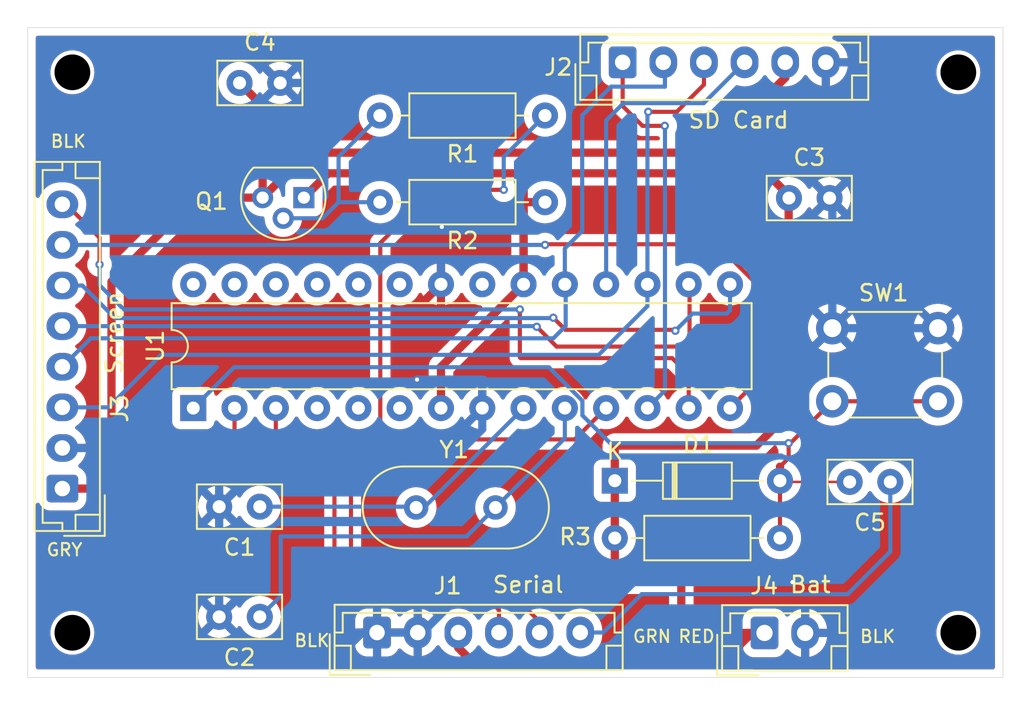
<source format=kicad_pcb>
(kicad_pcb (version 20221018) (generator pcbnew)
  (title_block (title "Arduino Waveshare 7.3 e-paper Display") (date "2023-04-19") (rev "V01") (comment 2 "creativecommons.org/licenses/by/4.0") (comment 3 "License CC By 4.0") (comment 4 "Author: Robert Gorsegner"))
  (layers (0 "F.Cu" signal "Front") (31 "B.Cu" signal "Back") (34 "B.Paste" user) (35 "F.Paste" user) (36 "B.SilkS" user "B.Silkscreen") (37 "F.SilkS" user "F.Silkscreen") (38 "B.Mask" user) (39 "F.Mask" user) (44 "Edge.Cuts" user))
  (net 0 "")
  (net 1 "Net-(U1-XTAL1{slash}PB6)")
  (net 2 "GND")
  (net 3 "Net-(U1-XTAL2{slash}PB7)")
  (net 4 "VCC")
  (net 5 "RTS")
  (net 6 "~{RESET}")
  (net 7 "RXD")
  (net 8 "TXD")
  (net 9 "CS_SD")
  (net 10 "SCLK")
  (net 11 "MOSI")
  (net 12 "MISO")
  (net 13 "VREF")
  (net 14 "CS_FRAME")
  (net 15 "DC_FRAME")
  (net 16 "RST_FRAME")
  (net 17 "BUSY_FRAME")
  (net 18 "Net-(Q1-G)")
  (net 19 "/atmega328p/~{CS_REF}")
  (footprint "Connector_JST:JST_EH_B2B-EH-A_1x02_P2.50mm_Vertical" (layer "F.Cu") (at 145.328 137.2616)
    (fp_text reference "J4" (at -0.02 -2.8956) (layer "F.SilkS"))
    (fp_text value "Conn_01x02_Socket")
    (fp_line (start -2.91 0.11) (end -2.91 2.61) (stroke (width 0.12)) (layer "F.SilkS"))
    (fp_line (start -2.91 2.61) (end -0.41 2.61) (stroke (width 0.12)) (layer "F.SilkS"))
    (fp_line (start -2.61 -1.71) (end -2.61 2.31) (stroke (width 0.12)) (layer "F.SilkS"))
    (fp_line (start -2.61 0) (end -2.11 0) (stroke (width 0.12)) (layer "F.SilkS"))
    (fp_line (start -2.61 0.81) (end -1.61 0.81) (stroke (width 0.12)) (layer "F.SilkS"))
    (fp_line (start -2.61 2.31) (end 5.11 2.31) (stroke (width 0.12)) (layer "F.SilkS"))
    (fp_line (start -2.11 -1.21) (end 4.61 -1.21) (stroke (width 0.12)) (layer "F.SilkS"))
    (fp_line (start -2.11 0) (end -2.11 -1.21) (stroke (width 0.12)) (layer "F.SilkS"))
    (fp_line (start -1.61 0.81) (end -1.61 2.31) (stroke (width 0.12)) (layer "F.SilkS"))
    (fp_line (start 4.11 0.81) (end 4.11 2.31) (stroke (width 0.12)) (layer "F.SilkS"))
    (fp_line (start 4.61 -1.21) (end 4.61 0) (stroke (width 0.12)) (layer "F.SilkS"))
    (fp_line (start 4.61 0) (end 5.11 0) (stroke (width 0.12)) (layer "F.SilkS"))
    (fp_line (start 5.11 -1.71) (end -2.61 -1.71) (stroke (width 0.12)) (layer "F.SilkS"))
    (fp_line (start 5.11 0.81) (end 4.11 0.81) (stroke (width 0.12)) (layer "F.SilkS"))
    (fp_line (start 5.11 2.31) (end 5.11 -1.71) (stroke (width 0.12)) (layer "F.SilkS"))
    (pad "1" thru_hole roundrect (at 0 0) (size 1.7 2) (drill 1) (layers "*.Cu" "*.Mask") (roundrect_rratio 0.1470588235) (net 4 "VCC"))
    (pad "2" thru_hole oval (at 2.5 0) (size 1.7 2) (drill 1) (layers "*.Cu" "*.Mask") (net 2 "GND"))
  )
  (footprint "MountingHole:MountingHole_2.2mm_M2" (layer "F.Cu") (at 102.75 137.25)
    (fp_text reference "REF**" hide)
    (fp_text value "MountingHole_2.2mm_M2" hide)
    (pad "" np_thru_hole circle (at 0 0) (size 2.2 2.2) (drill 2.2) (layers "*.Mask"))
  )
  (footprint "Package_TO_SOT_THT:TO-92" (layer "F.Cu") (at 116.9924 110.4646 180)
    (fp_text reference "Q1" (at 5.6896 -0.2286) (layer "F.SilkS"))
    (fp_text value "PMOS - LP0701N3-G")
    (fp_line (start -0.53 1.85) (end 3.07 1.85) (stroke (width 0.12)) (layer "F.SilkS"))
    (fp_arc (start -0.568478 1.838478) (mid -1.132087 -0.994977) (end 1.27 -2.6) (stroke (width 0.12)) (layer "F.SilkS"))
    (fp_arc (start 1.27 -2.6) (mid 3.672087 -0.994977) (end 3.108478 1.838478) (stroke (width 0.12)) (layer "F.SilkS"))
    (pad "1" thru_hole rect (at 0 0 180) (size 1.3 1.3) (drill 0.75) (layers "*.Cu" "*.Mask") (net 4 "VCC"))
    (pad "2" thru_hole circle (at 1.27 -1.27 180) (size 1.3 1.3) (drill 0.75) (layers "*.Cu" "*.Mask") (net 18 "Net-(Q1-G)"))
    (pad "3" thru_hole circle (at 2.54 0 180) (size 1.3 1.3) (drill 0.75) (layers "*.Cu" "*.Mask") (net 13 "VREF"))
  )
  (footprint "Capacitor_THT:C_Disc_D5.0mm_W2.5mm_P2.50mm" (layer "F.Cu") (at 114.28 136.271 180)
    (fp_text reference "C2" (at 1.25 -2.5 180) (layer "F.SilkS"))
    (fp_text value "22pF")
    (fp_line (start -1.37 -1.37) (end -1.37 1.37) (stroke (width 0.12)) (layer "F.SilkS"))
    (fp_line (start -1.37 -1.37) (end 3.87 -1.37) (stroke (width 0.12)) (layer "F.SilkS"))
    (fp_line (start -1.37 1.37) (end 3.87 1.37) (stroke (width 0.12)) (layer "F.SilkS"))
    (fp_line (start 3.87 -1.37) (end 3.87 1.37) (stroke (width 0.12)) (layer "F.SilkS"))
    (pad "1" thru_hole circle (at 0 0 180) (size 1.6 1.6) (drill 0.8) (layers "*.Cu" "*.Mask") (net 3 "Net-(U1-XTAL2{slash}PB7)"))
    (pad "2" thru_hole circle (at 2.5 0 180) (size 1.6 1.6) (drill 0.8) (layers "*.Cu" "*.Mask") (net 2 "GND"))
  )
  (footprint "Capacitor_THT:C_Disc_D5.0mm_W2.5mm_P2.50mm" (layer "F.Cu") (at 113.0338 103.4034)
    (fp_text reference "C4" (at 1.25 -2.5) (layer "F.SilkS"))
    (fp_text value "100nF")
    (fp_line (start -1.37 -1.37) (end -1.37 1.37) (stroke (width 0.12)) (layer "F.SilkS"))
    (fp_line (start -1.37 -1.37) (end 3.87 -1.37) (stroke (width 0.12)) (layer "F.SilkS"))
    (fp_line (start -1.37 1.37) (end 3.87 1.37) (stroke (width 0.12)) (layer "F.SilkS"))
    (fp_line (start 3.87 -1.37) (end 3.87 1.37) (stroke (width 0.12)) (layer "F.SilkS"))
    (pad "1" thru_hole circle (at 0 0) (size 1.6 1.6) (drill 0.8) (layers "*.Cu" "*.Mask") (net 13 "VREF"))
    (pad "2" thru_hole circle (at 2.5 0) (size 1.6 1.6) (drill 0.8) (layers "*.Cu" "*.Mask") (net 2 "GND"))
  )
  (footprint "Capacitor_THT:C_Disc_D5.0mm_W2.5mm_P2.50mm" (layer "F.Cu") (at 153.0658 127.9652 180)
    (fp_text reference "C5" (at 1.25 -2.5) (layer "F.SilkS"))
    (fp_text value "100nF")
    (fp_line (start -1.37 -1.37) (end -1.37 1.37) (stroke (width 0.12)) (layer "F.SilkS"))
    (fp_line (start -1.37 -1.37) (end 3.87 -1.37) (stroke (width 0.12)) (layer "F.SilkS"))
    (fp_line (start -1.37 1.37) (end 3.87 1.37) (stroke (width 0.12)) (layer "F.SilkS"))
    (fp_line (start 3.87 -1.37) (end 3.87 1.37) (stroke (width 0.12)) (layer "F.SilkS"))
    (pad "1" thru_hole circle (at 0 0 180) (size 1.6 1.6) (drill 0.8) (layers "*.Cu" "*.Mask") (net 5 "RTS"))
    (pad "2" thru_hole circle (at 2.5 0 180) (size 1.6 1.6) (drill 0.8) (layers "*.Cu" "*.Mask") (net 6 "~{RESET}"))
  )
  (footprint "Package_DIP:DIP-28_W7.62mm" (layer "F.Cu") (at 110.1852 123.4186 90)
    (fp_text reference "U1" (at 3.81 -2.33 90) (layer "F.SilkS"))
    (fp_text value "ATmega328-P")
    (fp_line (start 1.16 -1.33) (end 1.16 34.35) (stroke (width 0.12)) (layer "F.SilkS"))
    (fp_line (start 1.16 34.35) (end 6.46 34.35) (stroke (width 0.12)) (layer "F.SilkS"))
    (fp_line (start 2.81 -1.33) (end 1.16 -1.33) (stroke (width 0.12)) (layer "F.SilkS"))
    (fp_line (start 6.46 -1.33) (end 4.81 -1.33) (stroke (width 0.12)) (layer "F.SilkS"))
    (fp_line (start 6.46 34.35) (end 6.46 -1.33) (stroke (width 0.12)) (layer "F.SilkS"))
    (fp_arc (start 4.81 -1.33) (mid 3.81 -0.33) (end 2.81 -1.33) (stroke (width 0.12)) (layer "F.SilkS"))
    (pad "1" thru_hole rect (at 0 0 90) (size 1.6 1.6) (drill 0.8) (layers "*.Cu" "*.Mask") (net 6 "~{RESET}"))
    (pad "2" thru_hole oval (at 0 2.54 90) (size 1.6 1.6) (drill 0.8) (layers "*.Cu" "*.Mask") (net 7 "RXD"))
    (pad "3" thru_hole oval (at 0 5.08 90) (size 1.6 1.6) (drill 0.8) (layers "*.Cu" "*.Mask") (net 8 "TXD"))
    (pad "4" thru_hole oval (at 0 7.62 90) (size 1.6 1.6) (drill 0.8) (layers "*.Cu" "*.Mask"))
    (pad "5" thru_hole oval (at 0 10.16 90) (size 1.6 1.6) (drill 0.8) (layers "*.Cu" "*.Mask"))
    (pad "6" thru_hole oval (at 0 12.7 90) (size 1.6 1.6) (drill 0.8) (layers "*.Cu" "*.Mask"))
    (pad "7" thru_hole oval (at 0 15.24 90) (size 1.6 1.6) (drill 0.8) (layers "*.Cu" "*.Mask") (net 4 "VCC"))
    (pad "8" thru_hole oval (at 0 17.78 90) (size 1.6 1.6) (drill 0.8) (layers "*.Cu" "*.Mask") (net 2 "GND"))
    (pad "9" thru_hole oval (at 0 20.32 90) (size 1.6 1.6) (drill 0.8) (layers "*.Cu" "*.Mask") (net 1 "Net-(U1-XTAL1{slash}PB6)"))
    (pad "10" thru_hole oval (at 0 22.86 90) (size 1.6 1.6) (drill 0.8) (layers "*.Cu" "*.Mask") (net 3 "Net-(U1-XTAL2{slash}PB7)"))
    (pad "11" thru_hole oval (at 0 25.4 90) (size 1.6 1.6) (drill 0.8) (layers "*.Cu" "*.Mask") (net 19 "/atmega328p/~{CS_REF}"))
    (pad "12" thru_hole oval (at 0 27.94 90) (size 1.6 1.6) (drill 0.8) (layers "*.Cu" "*.Mask") (net 9 "CS_SD"))
    (pad "13" thru_hole oval (at 0 30.48 90) (size 1.6 1.6) (drill 0.8) (layers "*.Cu" "*.Mask") (net 17 "BUSY_FRAME"))
    (pad "14" thru_hole oval (at 0 33.02 90) (size 1.6 1.6) (drill 0.8) (layers "*.Cu" "*.Mask") (net 16 "RST_FRAME"))
    (pad "15" thru_hole oval (at 7.62 33.02 90) (size 1.6 1.6) (drill 0.8) (layers "*.Cu" "*.Mask") (net 15 "DC_FRAME"))
    (pad "16" thru_hole oval (at 7.62 30.48 90) (size 1.6 1.6) (drill 0.8) (layers "*.Cu" "*.Mask") (net 14 "CS_FRAME"))
    (pad "17" thru_hole oval (at 7.62 27.94 90) (size 1.6 1.6) (drill 0.8) (layers "*.Cu" "*.Mask") (net 11 "MOSI"))
    (pad "18" thru_hole oval (at 7.62 25.4 90) (size 1.6 1.6) (drill 0.8) (layers "*.Cu" "*.Mask") (net 12 "MISO"))
    (pad "19" thru_hole oval (at 7.62 22.86 90) (size 1.6 1.6) (drill 0.8) (layers "*.Cu" "*.Mask") (net 10 "SCLK"))
    (pad "20" thru_hole oval (at 7.62 20.32 90) (size 1.6 1.6) (drill 0.8) (layers "*.Cu" "*.Mask") (net 4 "VCC"))
    (pad "21" thru_hole oval (at 7.62 17.78 90) (size 1.6 1.6) (drill 0.8) (layers "*.Cu" "*.Mask"))
    (pad "22" thru_hole oval (at 7.62 15.24 90) (size 1.6 1.6) (drill 0.8) (layers "*.Cu" "*.Mask") (net 2 "GND"))
    (pad "23" thru_hole oval (at 7.62 12.7 90) (size 1.6 1.6) (drill 0.8) (layers "*.Cu" "*.Mask"))
    (pad "24" thru_hole oval (at 7.62 10.16 90) (size 1.6 1.6) (drill 0.8) (layers "*.Cu" "*.Mask"))
    (pad "25" thru_hole oval (at 7.62 7.62 90) (size 1.6 1.6) (drill 0.8) (layers "*.Cu" "*.Mask"))
    (pad "26" thru_hole oval (at 7.62 5.08 90) (size 1.6 1.6) (drill 0.8) (layers "*.Cu" "*.Mask"))
    (pad "27" thru_hole oval (at 7.62 2.54 90) (size 1.6 1.6) (drill 0.8) (layers "*.Cu" "*.Mask"))
    (pad "28" thru_hole oval (at 7.62 0 90) (size 1.6 1.6) (drill 0.8) (layers "*.Cu" "*.Mask"))
  )
  (footprint "Capacitor_THT:C_Disc_D5.0mm_W2.5mm_P2.50mm" (layer "F.Cu") (at 114.28 129.4892 180)
    (fp_text reference "C1" (at 1.25 -2.5 180) (layer "F.SilkS"))
    (fp_text value "22pF")
    (fp_line (start -1.37 -1.37) (end -1.37 1.37) (stroke (width 0.12)) (layer "F.SilkS"))
    (fp_line (start -1.37 -1.37) (end 3.87 -1.37) (stroke (width 0.12)) (layer "F.SilkS"))
    (fp_line (start -1.37 1.37) (end 3.87 1.37) (stroke (width 0.12)) (layer "F.SilkS"))
    (fp_line (start 3.87 -1.37) (end 3.87 1.37) (stroke (width 0.12)) (layer "F.SilkS"))
    (pad "1" thru_hole circle (at 0 0 180) (size 1.6 1.6) (drill 0.8) (layers "*.Cu" "*.Mask") (net 1 "Net-(U1-XTAL1{slash}PB6)"))
    (pad "2" thru_hole circle (at 2.5 0 180) (size 1.6 1.6) (drill 0.8) (layers "*.Cu" "*.Mask") (net 2 "GND"))
  )
  (footprint "Resistor_THT:R_Axial_DIN0207_L6.3mm_D2.5mm_P10.16mm_Horizontal" (layer "F.Cu") (at 131.826 110.744 180)
    (fp_text reference "R2" (at 5.08 -2.37) (layer "F.SilkS"))
    (fp_text value "100K")
    (fp_line (start 1.04 0) (end 1.81 0) (stroke (width 0.12)) (layer "F.SilkS"))
    (fp_line (start 1.81 -1.37) (end 1.81 1.37) (stroke (width 0.12)) (layer "F.SilkS"))
    (fp_line (start 1.81 1.37) (end 8.35 1.37) (stroke (width 0.12)) (layer "F.SilkS"))
    (fp_line (start 8.35 -1.37) (end 1.81 -1.37) (stroke (width 0.12)) (layer "F.SilkS"))
    (fp_line (start 8.35 1.37) (end 8.35 -1.37) (stroke (width 0.12)) (layer "F.SilkS"))
    (fp_line (start 9.12 0) (end 8.35 0) (stroke (width 0.12)) (layer "F.SilkS"))
    (pad "1" thru_hole circle (at 0 0 180) (size 1.6 1.6) (drill 0.8) (layers "*.Cu" "*.Mask") (net 4 "VCC"))
    (pad "2" thru_hole oval (at 10.16 0 180) (size 1.6 1.6) (drill 0.8) (layers "*.Cu" "*.Mask") (net 18 "Net-(Q1-G)"))
  )
  (footprint "Resistor_THT:R_Axial_DIN0207_L6.3mm_D2.5mm_P10.16mm_Horizontal" (layer "F.Cu") (at 131.826 105.41 180)
    (fp_text reference "R1" (at 5.08 -2.37) (layer "F.SilkS"))
    (fp_text value "10K")
    (fp_line (start 1.04 0) (end 1.81 0) (stroke (width 0.12)) (layer "F.SilkS"))
    (fp_line (start 1.81 -1.37) (end 1.81 1.37) (stroke (width 0.12)) (layer "F.SilkS"))
    (fp_line (start 1.81 1.37) (end 8.35 1.37) (stroke (width 0.12)) (layer "F.SilkS"))
    (fp_line (start 8.35 -1.37) (end 1.81 -1.37) (stroke (width 0.12)) (layer "F.SilkS"))
    (fp_line (start 8.35 1.37) (end 8.35 -1.37) (stroke (width 0.12)) (layer "F.SilkS"))
    (fp_line (start 9.12 0) (end 8.35 0) (stroke (width 0.12)) (layer "F.SilkS"))
    (pad "1" thru_hole circle (at 0 0 180) (size 1.6 1.6) (drill 0.8) (layers "*.Cu" "*.Mask") (net 19 "/atmega328p/~{CS_REF}"))
    (pad "2" thru_hole oval (at 10.16 0 180) (size 1.6 1.6) (drill 0.8) (layers "*.Cu" "*.Mask") (net 18 "Net-(Q1-G)"))
  )
  (footprint "Connector_JST:JST_EH_B8B-EH-A_1x08_P2.50mm_Vertical" (layer "F.Cu") (at 102.1334 128.3748 90)
    (fp_text reference "J3" (at 4.9308 3.5306 90) (layer "F.SilkS"))
    (fp_text value "Conn_01x08_Pin")
    (fp_line (start -2.91 0.11) (end -2.91 2.61) (stroke (width 0.12)) (layer "F.SilkS"))
    (fp_line (start -2.91 2.61) (end -0.41 2.61) (stroke (width 0.12)) (layer "F.SilkS"))
    (fp_line (start -2.61 -1.71) (end -2.61 2.31) (stroke (width 0.12)) (layer "F.SilkS"))
    (fp_line (start -2.61 0) (end -2.11 0) (stroke (width 0.12)) (layer "F.SilkS"))
    (fp_line (start -2.61 0.81) (end -1.61 0.81) (stroke (width 0.12)) (layer "F.SilkS"))
    (fp_line (start -2.61 2.31) (end 20.11 2.31) (stroke (width 0.12)) (layer "F.SilkS"))
    (fp_line (start -2.11 -1.21) (end 19.61 -1.21) (stroke (width 0.12)) (layer "F.SilkS"))
    (fp_line (start -2.11 0) (end -2.11 -1.21) (stroke (width 0.12)) (layer "F.SilkS"))
    (fp_line (start -1.61 0.81) (end -1.61 2.31) (stroke (width 0.12)) (layer "F.SilkS"))
    (fp_line (start 19.11 0.81) (end 19.11 2.31) (stroke (width 0.12)) (layer "F.SilkS"))
    (fp_line (start 19.61 -1.21) (end 19.61 0) (stroke (width 0.12)) (layer "F.SilkS"))
    (fp_line (start 19.61 0) (end 20.11 0) (stroke (width 0.12)) (layer "F.SilkS"))
    (fp_line (start 20.11 -1.71) (end -2.61 -1.71) (stroke (width 0.12)) (layer "F.SilkS"))
    (fp_line (start 20.11 0.81) (end 19.11 0.81) (stroke (width 0.12)) (layer "F.SilkS"))
    (fp_line (start 20.11 2.31) (end 20.11 -1.71) (stroke (width 0.12)) (layer "F.SilkS"))
    (pad "1" thru_hole roundrect (at 0 0 90) (size 1.7 1.95) (drill 0.95) (layers "*.Cu" "*.Mask") (roundrect_rratio 0.1470588235) (net 13 "VREF"))
    (pad "2" thru_hole oval (at 2.5 0 90) (size 1.7 1.95) (drill 0.95) (layers "*.Cu" "*.Mask") (net 2 "GND"))
    (pad "3" thru_hole oval (at 5 0 90) (size 1.7 1.95) (drill 0.95) (layers "*.Cu" "*.Mask") (net 11 "MOSI"))
    (pad "4" thru_hole oval (at 7.5 0 90) (size 1.7 1.95) (drill 0.95) (layers "*.Cu" "*.Mask") (net 10 "SCLK"))
    (pad "5" thru_hole oval (at 10 0 90) (size 1.7 1.95) (drill 0.95) (layers "*.Cu" "*.Mask") (net 14 "CS_FRAME"))
    (pad "6" thru_hole oval (at 12.5 0 90) (size 1.7 1.95) (drill 0.95) (layers "*.Cu" "*.Mask") (net 15 "DC_FRAME"))
    (pad "7" thru_hole oval (at 15 0 90) (size 1.7 1.95) (drill 0.95) (layers "*.Cu" "*.Mask") (net 16 "RST_FRAME"))
    (pad "8" thru_hole oval (at 17.5 0 90) (size 1.7 1.95) (drill 0.95) (layers "*.Cu" "*.Mask") (net 17 "BUSY_FRAME"))
  )
  (footprint "MountingHole:MountingHole_2.2mm_M2" (layer "F.Cu") (at 157.25 102.75)
    (fp_text reference "REF**" hide)
    (fp_text value "MountingHole_2.2mm_M2" hide)
    (pad "" np_thru_hole circle (at 0 0) (size 2.2 2.2) (drill 2.2) (layers "*.Mask"))
  )
  (footprint "Button_Switch_THT:SW_PUSH_6mm_H5mm" (layer "F.Cu") (at 156 123 180)
    (fp_text reference "SW1" (at 3.346 6.668) (layer "F.SilkS"))
    (fp_text value "SW_Push")
    (fp_line (start -0.25 1.5) (end -0.25 3) (stroke (width 0.12)) (layer "F.SilkS"))
    (fp_line (start 1 5.5) (end 5.5 5.5) (stroke (width 0.12)) (layer "F.SilkS"))
    (fp_line (start 5.5 -1) (end 1 -1) (stroke (width 0.12)) (layer "F.SilkS"))
    (fp_line (start 6.75 3) (end 6.75 1.5) (stroke (width 0.12)) (layer "F.SilkS"))
    (pad "1" thru_hole circle (at 0 0 270) (size 2 2) (drill 1.1) (layers "*.Cu" "*.Mask") (net 6 "~{RESET}"))
    (pad "1" thru_hole circle (at 6.5 0 270) (size 2 2) (drill 1.1) (layers "*.Cu" "*.Mask") (net 6 "~{RESET}"))
    (pad "2" thru_hole circle (at 0 4.5 270) (size 2 2) (drill 1.1) (layers "*.Cu" "*.Mask") (net 2 "GND"))
    (pad "2" thru_hole circle (at 6.5 4.5 270) (size 2 2) (drill 1.1) (layers "*.Cu" "*.Mask") (net 2 "GND"))
  )
  (footprint "MountingHole:MountingHole_2.2mm_M2" (layer "F.Cu") (at 157.25 137.25)
    (fp_text reference "REF**" hide)
    (fp_text value "MountingHole_2.2mm_M2" hide)
    (pad "" np_thru_hole circle (at 0 0) (size 2.2 2.2) (drill 2.2) (layers "*.Mask"))
  )
  (footprint "Capacitor_THT:C_Disc_D5.0mm_W2.5mm_P2.50mm" (layer "F.Cu") (at 146.832 110.49)
    (fp_text reference "C3" (at 1.25 -2.5) (layer "F.SilkS"))
    (fp_text value "100nF")
    (fp_line (start -1.37 -1.37) (end -1.37 1.37) (stroke (width 0.12)) (layer "F.SilkS"))
    (fp_line (start -1.37 -1.37) (end 3.87 -1.37) (stroke (width 0.12)) (layer "F.SilkS"))
    (fp_line (start -1.37 1.37) (end 3.87 1.37) (stroke (width 0.12)) (layer "F.SilkS"))
    (fp_line (start 3.87 -1.37) (end 3.87 1.37) (stroke (width 0.12)) (layer "F.SilkS"))
    (pad "1" thru_hole circle (at 0 0) (size 1.6 1.6) (drill 0.8) (layers "*.Cu" "*.Mask") (net 4 "VCC"))
    (pad "2" thru_hole circle (at 2.5 0) (size 1.6 1.6) (drill 0.8) (layers "*.Cu" "*.Mask") (net 2 "GND"))
  )
  (footprint "Resistor_THT:R_Axial_DIN0207_L6.3mm_D2.5mm_P10.16mm_Horizontal" (layer "F.Cu") (at 136.1186 131.4196)
    (fp_text reference "R3" (at -2.4384 -0.0762) (layer "F.SilkS"))
    (fp_text value "100k")
    (fp_line (start 1.04 0) (end 1.81 0) (stroke (width 0.12)) (layer "F.SilkS"))
    (fp_line (start 1.81 -1.37) (end 1.81 1.37) (stroke (width 0.12)) (layer "F.SilkS"))
    (fp_line (start 1.81 1.37) (end 8.35 1.37) (stroke (width 0.12)) (layer "F.SilkS"))
    (fp_line (start 8.35 -1.37) (end 1.81 -1.37) (stroke (width 0.12)) (layer "F.SilkS"))
    (fp_line (start 8.35 1.37) (end 8.35 -1.37) (stroke (width 0.12)) (layer "F.SilkS"))
    (fp_line (start 9.12 0) (end 8.35 0) (stroke (width 0.12)) (layer "F.SilkS"))
    (pad "1" thru_hole circle (at 0 0) (size 1.6 1.6) (drill 0.8) (layers "*.Cu" "*.Mask") (net 4 "VCC"))
    (pad "2" thru_hole oval (at 10.16 0) (size 1.6 1.6) (drill 0.8) (layers "*.Cu" "*.Mask") (net 6 "~{RESET}"))
  )
  (footprint "Connector_JST:JST_EH_B6B-EH-A_1x06_P2.50mm_Vertical" (layer "F.Cu") (at 121.492 137.2362)
    (fp_text reference "J1" (at 4.3466 -2.8702) (layer "F.SilkS"))
    (fp_text value "Conn_01x06_Pin")
    (fp_line (start -2.91 0.11) (end -2.91 2.61) (stroke (width 0.12)) (layer "F.SilkS"))
    (fp_line (start -2.91 2.61) (end -0.41 2.61) (stroke (width 0.12)) (layer "F.SilkS"))
    (fp_line (start -2.61 -1.71) (end -2.61 2.31) (stroke (width 0.12)) (layer "F.SilkS"))
    (fp_line (start -2.61 0) (end -2.11 0) (stroke (width 0.12)) (layer "F.SilkS"))
    (fp_line (start -2.61 0.81) (end -1.61 0.81) (stroke (width 0.12)) (layer "F.SilkS"))
    (fp_line (start -2.61 2.31) (end 15.11 2.31) (stroke (width 0.12)) (layer "F.SilkS"))
    (fp_line (start -2.11 -1.21) (end 14.61 -1.21) (stroke (width 0.12)) (layer "F.SilkS"))
    (fp_line (start -2.11 0) (end -2.11 -1.21) (stroke (width 0.12)) (layer "F.SilkS"))
    (fp_line (start -1.61 0.81) (end -1.61 2.31) (stroke (width 0.12)) (layer "F.SilkS"))
    (fp_line (start 14.11 0.81) (end 14.11 2.31) (stroke (width 0.12)) (layer "F.SilkS"))
    (fp_line (start 14.61 -1.21) (end 14.61 0) (stroke (width 0.12)) (layer "F.SilkS"))
    (fp_line (start 14.61 0) (end 15.11 0) (stroke (width 0.12)) (layer "F.SilkS"))
    (fp_line (start 15.11 -1.71) (end -2.61 -1.71) (stroke (width 0.12)) (layer "F.SilkS"))
    (fp_line (start 15.11 0.81) (end 14.11 0.81) (stroke (width 0.12)) (layer "F.SilkS"))
    (fp_line (start 15.11 2.31) (end 15.11 -1.71) (stroke (width 0.12)) (layer "F.SilkS"))
    (pad "1" thru_hole roundrect (at 0 0) (size 1.7 1.95) (drill 0.95) (layers "*.Cu" "*.Mask") (roundrect_rratio 0.1470588235) (net 2 "GND"))
    (pad "2" thru_hole oval (at 2.5 0) (size 1.7 1.95) (drill 0.95) (layers "*.Cu" "*.Mask") (net 2 "GND"))
    (pad "3" thru_hole oval (at 5 0) (size 1.7 1.95) (drill 0.95) (layers "*.Cu" "*.Mask") (net 4 "VCC"))
    (pad "4" thru_hole oval (at 7.5 0) (size 1.7 1.95) (drill 0.95) (layers "*.Cu" "*.Mask") (net 7 "RXD"))
    (pad "5" thru_hole oval (at 10 0) (size 1.7 1.95) (drill 0.95) (layers "*.Cu" "*.Mask") (net 8 "TXD"))
    (pad "6" thru_hole oval (at 12.5 0) (size 1.7 1.95) (drill 0.95) (layers "*.Cu" "*.Mask") (net 5 "RTS"))
  )
  (footprint "Crystal:Crystal_HC49-4H_Vertical" (layer "F.Cu") (at 128.778 129.54 180)
    (fp_text reference "Y1" (at 2.54 3.556) (layer "F.SilkS"))
    (fp_text value "16Mhz")
    (fp_line (start -0.76 -2.525) (end 5.64 -2.525) (stroke (width 0.12)) (layer "F.SilkS"))
    (fp_line (start -0.76 2.525) (end 5.64 2.525) (stroke (width 0.12)) (layer "F.SilkS"))
    (fp_arc (start -0.76 2.525) (mid -3.285 0) (end -0.76 -2.525) (stroke (width 0.12)) (layer "F.SilkS"))
    (fp_arc (start 5.64 -2.525) (mid 8.165 0) (end 5.64 2.525) (stroke (width 0.12)) (layer "F.SilkS"))
    (pad "1" thru_hole circle (at 0 0 180) (size 1.5 1.5) (drill 0.8) (layers "*.Cu" "*.Mask") (net 3 "Net-(U1-XTAL2{slash}PB7)"))
    (pad "2" thru_hole circle (at 4.88 0 180) (size 1.5 1.5) (drill 0.8) (layers "*.Cu" "*.Mask") (net 1 "Net-(U1-XTAL1{slash}PB6)"))
  )
  (footprint "Connector_JST:JST_EH_B6B-EH-A_1x06_P2.50mm_Vertical" (layer "F.Cu") (at 136.6012 102.1334)
    (fp_text reference "J2" (at -3.9624 0.3048) (layer "F.SilkS"))
    (fp_text value "Conn_01x06_Pin")
    (fp_line (start -2.91 0.11) (end -2.91 2.61) (stroke (width 0.12)) (layer "F.SilkS"))
    (fp_line (start -2.91 2.61) (end -0.41 2.61) (stroke (width 0.12)) (layer "F.SilkS"))
    (fp_line (start -2.61 -1.71) (end -2.61 2.31) (stroke (width 0.12)) (layer "F.SilkS"))
    (fp_line (start -2.61 0) (end -2.11 0) (stroke (width 0.12)) (layer "F.SilkS"))
    (fp_line (start -2.61 0.81) (end -1.61 0.81) (stroke (width 0.12)) (layer "F.SilkS"))
    (fp_line (start -2.61 2.31) (end 15.11 2.31) (stroke (width 0.12)) (layer "F.SilkS"))
    (fp_line (start -2.11 -1.21) (end 14.61 -1.21) (stroke (width 0.12)) (layer "F.SilkS"))
    (fp_line (start -2.11 0) (end -2.11 -1.21) (stroke (width 0.12)) (layer "F.SilkS"))
    (fp_line (start -1.61 0.81) (end -1.61 2.31) (stroke (width 0.12)) (layer "F.SilkS"))
    (fp_line (start 14.11 0.81) (end 14.11 2.31) (stroke (width 0.12)) (layer "F.SilkS"))
    (fp_line (start 14.61 -1.21) (end 14.61 0) (stroke (width 0.12)) (layer "F.SilkS"))
    (fp_line (start 14.61 0) (end 15.11 0) (stroke (width 0.12)) (layer "F.SilkS"))
    (fp_line (start 15.11 -1.71) (end -2.61 -1.71) (stroke (width 0.12)) (layer "F.SilkS"))
    (fp_line (start 15.11 0.81) (end 14.11 0.81) (stroke (width 0.12)) (layer "F.SilkS"))
    (fp_line (start 15.11 2.31) (end 15.11 -1.71) (stroke (width 0.12)) (layer "F.SilkS"))
    (pad "1" thru_hole roundrect (at 0 0) (size 1.7 1.95) (drill 0.95) (layers "*.Cu" "*.Mask") (roundrect_rratio 0.1470588235) (net 9 "CS_SD"))
    (pad "2" thru_hole oval (at 2.5 0) (size 1.7 1.95) (drill 0.95) (layers "*.Cu" "*.Mask") (net 10 "SCLK"))
    (pad "3" thru_hole oval (at 5 0) (size 1.7 1.95) (drill 0.95) (layers "*.Cu" "*.Mask") (net 11 "MOSI"))
    (pad "4" thru_hole oval (at 7.5 0) (size 1.7 1.95) (drill 0.95) (layers "*.Cu" "*.Mask") (net 12 "MISO"))
    (pad "5" thru_hole oval (at 10 0) (size 1.7 1.95) (drill 0.95) (layers "*.Cu" "*.Mask") (net 13 "VREF"))
    (pad "6" thru_hole oval (at 12.5 0) (size 1.7 1.95) (drill 0.95) (layers "*.Cu" "*.Mask") (net 2 "GND"))
  )
  (footprint "MountingHole:MountingHole_2.2mm_M2" (layer "F.Cu") (at 102.75 102.75)
    (fp_text reference "REF**" hide)
    (fp_text value "MountingHole_2.2mm_M2" hide)
    (pad "" np_thru_hole circle (at 0 0) (size 2.2 2.2) (drill 2.2) (layers "*.Mask"))
  )
  (footprint "Diode_THT:D_DO-35_SOD27_P10.16mm_Horizontal" (layer "F.Cu") (at 136.1186 127.889)
    (fp_text reference "D1" (at 5.1562 -2.2352) (layer "F.SilkS"))
    (fp_text value "D")
    (fp_text user "K" (at 0 -1.8) (layer "F.SilkS"))
    (fp_line (start 1.04 0) (end 2.96 0) (stroke (width 0.12)) (layer "F.SilkS"))
    (fp_line (start 2.96 -1.12) (end 2.96 1.12) (stroke (width 0.12)) (layer "F.SilkS"))
    (fp_line (start 2.96 1.12) (end 7.2 1.12) (stroke (width 0.12)) (layer "F.SilkS"))
    (fp_line (start 3.56 -1.12) (end 3.56 1.12) (stroke (width 0.12)) (layer "F.SilkS"))
    (fp_line (start 3.68 -1.12) (end 3.68 1.12) (stroke (width 0.12)) (layer "F.SilkS"))
    (fp_line (start 3.8 -1.12) (end 3.8 1.12) (stroke (width 0.12)) (layer "F.SilkS"))
    (fp_line (start 7.2 -1.12) (end 2.96 -1.12) (stroke (width 0.12)) (layer "F.SilkS"))
    (fp_line (start 7.2 1.12) (end 7.2 -1.12) (stroke (width 0.12)) (layer "F.SilkS"))
    (fp_line (start 9.12 0) (end 7.2 0) (stroke (width 0.12)) (layer "F.SilkS"))
    (pad "1" thru_hole rect (at 0 0) (size 1.6 1.6) (drill 0.8) (layers "*.Cu" "*.Mask") (net 4 "VCC"))
    (pad "2" thru_hole oval (at 10.16 0) (size 1.6 1.6) (drill 0.8) (layers "*.Cu" "*.Mask") (net 6 "~{RESET}"))
  )
  (gr_rect (start 100 100) (end 160 140) (stroke (width 0.0381)) (fill none) (layer "Edge.Cuts"))
  (gr_text "BLK" (at 101.346 107.442) (layer "F.SilkS") (effects (font (size 0.762 0.762) (thickness 0.127) bold) (justify left bottom)))
  (gr_text "BLK" (at 151.13 137.922) (layer "F.SilkS") (effects (font (size 0.762 0.762) (thickness 0.127) bold) (justify left bottom)))
  (gr_text "Bat" (at 146.812 134.874) (layer "F.SilkS") (effects (font (size 1 1)) (justify left bottom)))
  (gr_text "RED" (at 139.954 137.922) (layer "F.SilkS") (effects (font (size 0.762 0.762) (thickness 0.127) bold) (justify left bottom)))
  (gr_text "SD Card" (at 140.5636 106.2736) (layer "F.SilkS") (effects (font (size 1 1)) (justify left bottom)))
  (gr_text "Screen" (at 105.918 121.412 90) (layer "F.SilkS") (effects (font (size 1 1)) (justify left bottom)))
  (gr_text "Serial" (at 128.524 134.874) (layer "F.SilkS") (effects (font (size 1 1)) (justify left bottom)))
  (gr_text "GRY" (at 101.092 132.588) (layer "F.SilkS") (effects (font (size 0.762 0.762) (thickness 0.127) bold) (justify left bottom)))
  (gr_text "GRN" (at 137.16 137.922) (layer "F.SilkS") (effects (font (size 0.762 0.762) (thickness 0.127) bold) (justify left bottom)))
  (gr_text "BLK" (at 116.332 138.176) (layer "F.SilkS") (effects (font (size 0.762 0.762) (thickness 0.127) bold) (justify left bottom)))
  (segment (start 123.8472 129.4892) (end 123.898 129.54) (width 0.254) (layer "B.Cu") (net 1))
  (segment (start 130.5052 123.4186) (end 124.3838 129.54) (width 0.254) (layer "B.Cu") (net 1))
  (segment (start 114.28 129.4892) (end 123.8472 129.4892) (width 0.254) (layer "B.Cu") (net 1))
  (segment (start 124.3838 129.54) (end 123.898 129.54) (width 0.254) (layer "B.Cu") (net 1))
  (segment (start 123.952 117.2718) (end 123.952 121.666) (width 0.508) (layer "F.Cu") (net 2))
  (segment (start 147.046 134.132) (end 147.808 134.132) (width 0.508) (layer "F.Cu") (net 2))
  (segment (start 125.4252 115.7986) (end 125.4252 112.3188) (width 0.508) (layer "F.Cu") (net 2))
  (segment (start 147.828 134.112) (end 147.828 137.2616) (width 0.508) (layer "F.Cu") (net 2))
  (segment (start 147.066 134.112) (end 147.046 134.132) (width 0.508) (layer "F.Cu") (net 2))
  (segment (start 147.808 134.132) (end 147.828 134.112) (width 0.508) (layer "F.Cu") (net 2))
  (segment (start 125.4252 112.3188) (end 125.476 112.268) (width 0.508) (layer "F.Cu") (net 2))
  (segment (start 125.4252 115.7986) (end 123.952 117.2718) (width 0.508) (layer "F.Cu") (net 2))
  (via (at 125.476 112.268) (size 0.508) (drill 0.254) (layers "F.Cu" "B.Cu") (net 2))
  (via (at 123.952 121.666) (size 0.508) (drill 0.254) (layers "F.Cu" "B.Cu") (net 2))
  (via (at 147.046 134.132) (size 0.508) (drill 0.254) (layers "F.Cu" "B.Cu") (net 2))
  (segment (start 113.538 138.176) (end 113.284 137.922) (width 0.508) (layer "B.Cu") (net 2))
  (segment (start 123.992 137.2362) (end 121.492 137.2362) (width 0.508) (layer "B.Cu") (net 2))
  (segment (start 147.858 120.142) (end 149.5 118.5) (width 0.508) (layer "B.Cu") (net 2))
  (segment (start 127.9652 121.7168) (end 128.016 121.666) (width 0.508) (layer "B.Cu") (net 2))
  (segment (start 113.284 137.775) (end 111.78 136.271) (width 0.508) (layer "B.Cu") (net 2))
  (segment (start 125.1458 126.238) (end 112.268 126.238) (width 0.508) (layer "B.Cu") (net 2))
  (segment (start 111.78 129.4892) (end 111.78 126.726) (width 0.508) (layer "B.Cu") (net 2))
  (segment (start 120.5738 137.2362) (end 119.634 138.176) (width 0.508) (layer "B.Cu") (net 2))
  (segment (start 109.7534 126.238) (end 109.3902 125.8748) (width 0.508) (layer "B.Cu") (net 2))
  (segment (start 111.78 126.726) (end 112.268 126.238) (width 0.508) (layer "B.Cu") (net 2))
  (segment (start 112.268 126.238) (end 109.7534 126.238) (width 0.508) (layer "B.Cu") (net 2))
  (segment (start 127.9652 123.4186) (end 125.1458 126.238) (width 0.508) (layer "B.Cu") (net 2))
  (segment (start 119.634 138.176) (end 113.538 138.176) (width 0.508) (layer "B.Cu") (net 2))
  (segment (start 149.352 102.3842) (end 149.1012 102.1334) (width 0.508) (layer "B.Cu") (net 2))
  (segment (start 111.78 129.4892) (end 111.78 136.271) (width 0.508) (layer "B.Cu") (net 2))
  (segment (start 125.4506 103.4034) (end 115.5338 103.4034) (width 0.508) (layer "B.Cu") (net 2))
  (segment (start 149.5 118.5) (end 156 118.5) (width 0.508) (layer "B.Cu") (net 2))
  (segment (start 147.046 134.132) (end 127.3788 134.132) (width 0.508) (layer "B.Cu") (net 2))
  (segment (start 127.9652 123.4186) (end 127.9652 121.7168) (width 0.508) (layer "B.Cu") (net 2))
  (segment (start 113.284 137.922) (end 113.284 137.775) (width 0.508) (layer "B.Cu") (net 2))
  (segment (start 149.5 118.5) (end 149.5 110.658) (width 0.508) (layer "B.Cu") (net 2))
  (segment (start 125.476 112.268) (end 125.476 103.378) (width 0.508) (layer "B.Cu") (net 2))
  (segment (start 102.1334 125.8748) (end 109.3902 125.8748) (width 0.508) (layer "B.Cu") (net 2))
  (segment (start 123.952 137.5588) (end 123.6294 137.2362) (width 0.508) (layer "B.Cu") (net 2))
  (segment (start 127.3788 134.132) (end 123.952 137.5588) (width 0.508) (layer "B.Cu") (net 2))
  (segment (start 149.5 110.658) (end 149.332 110.49) (width 0.508) (layer "B.Cu") (net 2))
  (segment (start 147.046 134.132) (end 147.828 133.35) (width 0.508) (layer "B.Cu") (net 2))
  (segment (start 121.492 137.2362) (end 120.5738 137.2362) (width 0.508) (layer "B.Cu") (net 2))
  (segment (start 147.828 120.142) (end 147.858 120.142) (width 0.508) (layer "B.Cu") (net 2))
  (segment (start 147.828 133.35) (end 147.828 120.142) (width 0.508) (layer "B.Cu") (net 2))
  (segment (start 128.016 121.666) (end 123.952 121.666) (width 0.508) (layer "B.Cu") (net 2))
  (segment (start 115.57 134.981) (end 114.28 136.271) (width 0.254) (layer "B.Cu") (net 3))
  (segment (start 128.778 129.54) (end 133.0452 125.2728) (width 0.254) (layer "B.Cu") (net 3))
  (segment (start 127 131.318) (end 115.57 131.318) (width 0.254) (layer "B.Cu") (net 3))
  (segment (start 133.0452 125.2728) (end 133.0452 123.4186) (width 0.254) (layer "B.Cu") (net 3))
  (segment (start 128.778 129.54) (end 127 131.318) (width 0.254) (layer "B.Cu") (net 3))
  (segment (start 115.57 131.318) (end 115.57 134.981) (width 0.254) (layer "B.Cu") (net 3))
  (segment (start 145.4658 108.966) (end 130.556 108.966) (width 0.508) (layer "F.Cu") (net 4))
  (segment (start 125.4252 123.4186) (end 125.4252 120.8786) (width 0.508) (layer "F.Cu") (net 4))
  (segment (start 125.4252 120.8786) (end 130.5052 115.7986) (width 0.508) (layer "F.Cu") (net 4))
  (segment (start 130.5052 109.2708) (end 130.5052 110.744) (width 0.508) (layer "F.Cu") (net 4))
  (segment (start 136.1186 125.7554) (end 136.144 125.73) (width 0.508) (layer "F.Cu") (net 4))
  (segment (start 131.826 110.744) (end 130.5052 110.744) (width 0.508) (layer "F.Cu") (net 4))
  (segment (start 136.144 125.73) (end 144.8308 125.73) (width 0.508) (layer "F.Cu") (net 4))
  (segment (start 130.556 108.966) (end 130.5052 109.0168) (width 0.508) (layer "F.Cu") (net 4))
  (segment (start 136.1186 127.889) (end 136.1186 125.7554) (width 0.508) (layer "F.Cu") (net 4))
  (segment (start 127.562 139.246) (end 143.764 139.246) (width 0.508) (layer "F.Cu") (net 4))
  (segment (start 136.1186 134.0866) (end 136.1186 131.4196) (width 0.508) (layer "F.Cu") (net 4))
  (segment (start 118.491 108.966) (end 116.9924 110.4646) (width 0.508) (layer "F.Cu") (net 4))
  (segment (start 140.208 134.112) (end 136.144 134.112) (width 0.508) (layer "F.Cu") (net 4))
  (segment (start 136.144 134.112) (end 136.1186 134.0866) (width 0.508) (layer "F.Cu") (net 4))
  (segment (start 130.5052 110.744) (end 130.5052 115.7986) (width 0.508) (layer "F.Cu") (net 4))
  (segment (start 126.492 138.176) (end 127.562 139.246) (width 0.508) (layer "F.Cu") (net 4))
  (segment (start 143.764 138.0436) (end 144.546 137.2616) (width 0.508) (layer "F.Cu") (net 4))
  (segment (start 144.8308 125.73) (end 146.812 123.7488) (width 0.508) (layer "F.Cu") (net 4))
  (segment (start 146.812 123.7488) (end 146.812 110.3122) (width 0.508) (layer "F.Cu") (net 4))
  (segment (start 136.1186 131.4196) (end 136.1186 127.889) (width 0.508) (layer "F.Cu") (net 4))
  (segment (start 130.556 109.22) (end 130.5052 109.2708) (width 0.508) (layer "F.Cu") (net 4))
  (segment (start 130.4544 108.966) (end 118.491 108.966) (width 0.508) (layer "F.Cu") (net 4))
  (segment (start 126.492 137.2362) (end 126.492 138.176) (width 0.508) (layer "F.Cu") (net 4))
  (segment (start 140.3096 137.2616) (end 140.208 137.16) (width 0.508) (layer "F.Cu") (net 4))
  (segment (start 146.812 110.3122) (end 145.4658 108.966) (width 0.508) (layer "F.Cu") (net 4))
  (segment (start 144.546 137.2616) (end 140.3096 137.2616) (width 0.508) (layer "F.Cu") (net 4))
  (segment (start 130.5052 109.0168) (end 130.5052 115.7986) (width 0.508) (layer "F.Cu") (net 4))
  (segment (start 140.208 137.16) (end 140.208 134.112) (width 0.508) (layer "F.Cu") (net 4))
  (segment (start 143.764 139.246) (end 143.764 138.0436) (width 0.508) (layer "F.Cu") (net 4))
  (segment (start 132.1816 110.8456) (end 132.2832 110.9472) (width 0.254) (layer "B.Cu") (net 4))
  (segment (start 133.992 137.2362) (end 135.4074 137.2362) (width 0.254) (layer "B.Cu") (net 5))
  (segment (start 135.4074 137.2362) (end 137.7696 134.874) (width 0.254) (layer "B.Cu") (net 5))
  (segment (start 150.4442 134.874) (end 137.7696 134.874) (width 0.254) (layer "B.Cu") (net 5))
  (segment (start 153.0658 132.2524) (end 150.4442 134.874) (width 0.254) (layer "B.Cu") (net 5))
  (segment (start 153.0658 127.9652) (end 153.0658 132.2524) (width 0.254) (layer "B.Cu") (net 5))
  (segment (start 150.5658 127.9652) (end 146.3548 127.9652) (width 0.1524) (layer "F.Cu") (net 6))
  (segment (start 146.92 125.58) (end 149.5 123) (width 0.254) (layer "F.Cu") (net 6))
  (segment (start 146.3548 127.9652) (end 146.2786 127.889) (width 0.1524) (layer "F.Cu") (net 6))
  (segment (start 149.5 123) (end 156 123) (width 0.254) (layer "F.Cu") (net 6))
  (segment (start 146.2786 127.0254) (end 146.812 126.492) (width 0.254) (layer "F.Cu") (net 6))
  (segment (start 146.2786 127.889) (end 146.2786 127.0254) (width 0.508) (layer "F.Cu") (net 6))
  (segment (start 146.2786 127.889) (end 146.2786 131.4196) (width 0.254) (layer "F.Cu") (net 6))
  (segment (start 146.812 125.58) (end 146.92 125.58) (width 0.254) (layer "F.Cu") (net 6))
  (segment (start 146.812 126.492) (end 146.812 125.58) (width 0.254) (layer "F.Cu") (net 6))
  (via (at 146.812 125.58) (size 0.508) (drill 0.254) (layers "F.Cu" "B.Cu") (net 6))
  (segment (start 132.057103 120.904) (end 134.1246 122.971497) (width 0.254) (layer "B.Cu") (net 6))
  (segment (start 112.6998 120.904) (end 132.057103 120.904) (width 0.254) (layer "B.Cu") (net 6))
  (segment (start 110.1852 123.4186) (end 112.6998 120.904) (width 0.254) (layer "B.Cu") (net 6))
  (segment (start 134.1246 122.971497) (end 134.1246 123.865703) (width 0.254) (layer "B.Cu") (net 6))
  (segment (start 134.1246 123.865703) (end 135.838897 125.58) (width 0.254) (layer "B.Cu") (net 6))
  (segment (start 135.838897 125.58) (end 146.812 125.58) (width 0.254) (layer "B.Cu") (net 6))
  (segment (start 127.508 134.366) (end 128.992 135.85) (width 0.254) (layer "F.Cu") (net 7))
  (segment (start 112.7252 125.5014) (end 113.8682 126.6444) (width 0.254) (layer "F.Cu") (net 7))
  (segment (start 118.872 127.5842) (end 118.872 133.096) (width 0.254) (layer "F.Cu") (net 7))
  (segment (start 113.8682 126.6444) (end 117.9322 126.6444) (width 0.254) (layer "F.Cu") (net 7))
  (segment (start 117.9322 126.6444) (end 118.872 127.5842) (width 0.254) (layer "F.Cu") (net 7))
  (segment (start 128.992 135.85) (end 128.992 137.2362) (width 0.254) (layer "F.Cu") (net 7))
  (segment (start 120.142 134.366) (end 127.508 134.366) (width 0.254) (layer "F.Cu") (net 7))
  (segment (start 112.7252 123.4186) (end 112.7252 125.5014) (width 0.254) (layer "F.Cu") (net 7))
  (segment (start 118.872 133.096) (end 120.142 134.366) (width 0.254) (layer "F.Cu") (net 7))
  (segment (start 120.904 133.604) (end 128.524 133.604) (width 0.254) (layer "F.Cu") (net 8))
  (segment (start 119.888 132.588) (end 120.904 133.604) (width 0.254) (layer "F.Cu") (net 8))
  (segment (start 115.2652 125.6792) (end 118.2116 125.6792) (width 0.254) (layer "F.Cu") (net 8))
  (segment (start 119.888 127.3556) (end 119.888 132.588) (width 0.254) (layer "F.Cu") (net 8))
  (segment (start 128.524 133.604) (end 131.492 136.572) (width 0.254) (layer "F.Cu") (net 8))
  (segment (start 131.492 136.572) (end 131.492 137.2362) (width 0.254) (layer "F.Cu") (net 8))
  (segment (start 115.2652 123.4186) (end 115.2652 125.6792) (width 0.254) (layer "F.Cu") (net 8))
  (segment (start 118.2116 125.6792) (end 119.888 127.3556) (width 0.254) (layer "F.Cu") (net 8))
  (segment (start 137.8204 106.045) (end 139.192 106.045) (width 0.254) (layer "F.Cu") (net 9))
  (segment (start 136.6012 104.8258) (end 137.8204 106.045) (width 0.254) (layer "F.Cu") (net 9))
  (segment (start 136.6012 102.1334) (end 136.6012 104.8258) (width 0.254) (layer "F.Cu") (net 9))
  (via (at 139.192 106.045) (size 0.508) (drill 0.254) (layers "F.Cu" "B.Cu") (net 9))
  (segment (start 139.2046 106.0576) (end 139.192 106.045) (width 0.254) (layer "B.Cu") (net 9))
  (segment (start 138.1252 123.4186) (end 139.2046 122.3392) (width 0.254) (layer "B.Cu") (net 9))
  (segment (start 139.2046 122.3392) (end 139.2046 106.0576) (width 0.254) (layer "B.Cu") (net 9))
  (segment (start 133.0452 115.7986) (end 133.0452 113.5888) (width 0.254) (layer "B.Cu") (net 10))
  (segment (start 133.096 115.8494) (end 133.0452 115.7986) (width 0.254) (layer "B.Cu") (net 10))
  (segment (start 134.112 105.41) (end 135.89 103.632) (width 0.254) (layer "B.Cu") (net 10))
  (segment (start 133.096 118.364) (end 133.096 115.8494) (width 0.254) (layer "B.Cu") (net 10))
  (segment (start 103.8822 119.126) (end 132.334 119.126) (width 0.254) (layer "B.Cu") (net 10))
  (segment (start 139.2018 102.234) (end 139.1012 102.1334) (width 0.254) (layer "B.Cu") (net 10))
  (segment (start 132.334 119.126) (end 133.096 118.364) (width 0.254) (layer "B.Cu") (net 10))
  (segment (start 135.89 103.632) (end 139.2018 103.632) (width 0.254) (layer "B.Cu") (net 10))
  (segment (start 102.1334 120.8748) (end 103.8822 119.126) (width 0.254) (layer "B.Cu") (net 10))
  (segment (start 134.112 112.522) (end 134.112 105.41) (width 0.254) (layer "B.Cu") (net 10))
  (segment (start 139.2018 103.632) (end 139.2018 102.234) (width 0.254) (layer "B.Cu") (net 10))
  (segment (start 133.0452 113.5888) (end 134.112 112.522) (width 0.254) (layer "B.Cu") (net 10))
  (segment (start 139.9291 105.1809) (end 141.6012 103.5088) (width 0.254) (layer "F.Cu") (net 11))
  (segment (start 141.6012 103.5088) (end 141.6012 102.1334) (width 0.254) (layer "F.Cu") (net 11))
  (segment (start 138.176 105.1809) (end 139.9291 105.1809) (width 0.254) (layer "F.Cu") (net 11))
  (via (at 138.176 105.1809) (size 0.508) (drill 0.254) (layers "F.Cu" "B.Cu") (net 11))
  (segment (start 138.176 105.1809) (end 138.1252 105.2317) (width 0.254) (layer "B.Cu") (net 11))
  (segment (start 102.1334 123.3748) (end 104.9712 123.3748) (width 0.254) (layer "B.Cu") (net 11))
  (segment (start 108.204 120.142) (end 135.128 120.142) (width 0.254) (layer "B.Cu") (net 11))
  (segment (start 138.1252 105.2317) (end 138.1252 115.7986) (width 0.254) (layer "B.Cu") (net 11))
  (segment (start 138.1252 117.1448) (end 138.1252 115.7986) (width 0.254) (layer "B.Cu") (net 11))
  (segment (start 135.128 120.142) (end 138.1252 117.1448) (width 0.254) (layer "B.Cu") (net 11))
  (segment (start 104.9712 123.3748) (end 108.204 120.142) (width 0.254) (layer "B.Cu") (net 11))
  (segment (start 141.5866 104.648) (end 144.1012 102.1334) (width 0.254) (layer "B.Cu") (net 12))
  (segment (start 136.652 104.648) (end 141.5866 104.648) (width 0.254) (layer "B.Cu") (net 12))
  (segment (start 135.5852 115.7986) (end 135.5852 105.7148) (width 0.254) (layer "B.Cu") (net 12))
  (segment (start 135.5852 105.7148) (end 136.652 104.648) (width 0.254) (layer "B.Cu") (net 12))
  (segment (start 114.4524 104.822) (end 113.0338 103.4034) (width 0.508) (layer "F.Cu") (net 13))
  (segment (start 110.3354 110.4646) (end 105.156 115.644) (width 0.508) (layer "F.Cu") (net 13))
  (segment (start 105.156 115.644) (end 105.156 127) (width 0.508) (layer "F.Cu") (net 13))
  (segment (start 117.221 107.696) (end 141.986 107.696) (width 0.508) (layer "F.Cu") (net 13))
  (segment (start 146.6012 103.0808) (end 146.6012 102.1334) (width 0.508) (layer "F.Cu") (net 13))
  (segment (start 114.4524 110.4646) (end 110.3354 110.4646) (width 0.508) (layer "F.Cu") (net 13))
  (segment (start 105.156 127) (end 103.7812 128.3748) (width 0.508) (layer "F.Cu") (net 13))
  (segment (start 103.7812 128.3748) (end 102.1334 128.3748) (width 0.508) (layer "F.Cu") (net 13))
  (segment (start 114.4524 110.4646) (end 117.221 107.696) (width 0.508) (layer "F.Cu") (net 13))
  (segment (start 114.4524 110.4646) (end 114.4524 104.822) (width 0.508) (layer "F.Cu") (net 13))
  (segment (start 141.986 107.696) (end 146.6012 103.0808) (width 0.508) (layer "F.Cu") (net 13))
  (segment (start 131.318 118.4143) (end 132.5377 119.634) (width 0.254) (layer "F.Cu") (net 14))
  (segment (start 140.716 115.8494) (end 140.6652 115.7986) (width 0.254) (layer "F.Cu") (net 14))
  (segment (start 132.5377 119.634) (end 140.716 119.634) (width 0.254) (layer "F.Cu") (net 14))
  (segment (start 140.716 119.634) (end 140.716 115.8494) (width 0.254) (layer "F.Cu") (net 14))
  (via (at 131.318 118.4143) (size 0.508) (drill 0.254) (layers "F.Cu" "B.Cu") (net 14))
  (segment (start 131.2785 118.3748) (end 102.1334 118.3748) (width 0.254) (layer "B.Cu") (net 14))
  (segment (start 131.318 118.4143) (end 131.2785 118.3748) (width 0.254) (layer "B.Cu") (net 14))
  (segment (start 133.078 118.6) (end 139.7836 118.6) (width 0.254) (layer "F.Cu") (net 15))
  (segment (start 139.7836 118.6) (end 139.84235 118.65875) (width 0.254) (layer "F.Cu") (net 15))
  (segment (start 132.334 117.856) (end 133.078 118.6) (width 0.254) (layer "F.Cu") (net 15))
  (via (at 139.84235 118.65875) (size 0.508) (drill 0.254) (layers "F.Cu" "B.Cu") (net 15))
  (via (at 132.334 117.856) (size 0.508) (drill 0.254) (layers "F.Cu" "B.Cu") (net 15))
  (segment (start 132.334 117.856) (end 132.3086 117.8814) (width 0.254) (layer "B.Cu") (net 15))
  (segment (start 132.3086 117.8814) (end 105.369 117.8814) (width 0.254) (layer "B.Cu") (net 15))
  (segment (start 139.84235 118.65875) (end 140.8991 117.602) (width 0.254) (layer "B.Cu") (net 15))
  (segment (start 140.8991 117.602) (end 143.002 117.602) (width 0.254) (layer "B.Cu") (net 15))
  (segment (start 103.3624 115.8748) (end 102.1334 115.8748) (width 0.254) (layer "B.Cu") (net 15))
  (segment (start 143.002 117.602) (end 143.2052 117.3988) (width 0.254) (layer "B.Cu") (net 15))
  (segment (start 143.2052 117.3988) (end 143.2052 115.7986) (width 0.254) (layer "B.Cu") (net 15))
  (segment (start 105.369 117.8814) (end 103.3624 115.8748) (width 0.254) (layer "B.Cu") (net 15))
  (segment (start 131.826 113.3748) (end 131.866 113.3348) (width 0.254) (layer "F.Cu") (net 16))
  (segment (start 145.034 115.9764) (end 145.034 121.5898) (width 0.254) (layer "F.Cu") (net 16))
  (segment (start 131.866 113.3348) (end 142.3924 113.3348) (width 0.254) (layer "F.Cu") (net 16))
  (segment (start 142.3924 113.3348) (end 145.034 115.9764) (width 0.254) (layer "F.Cu") (net 16))
  (segment (start 145.034 121.5898) (end 143.2052 123.4186) (width 0.254) (layer "F.Cu") (net 16))
  (via (at 131.826 113.3748) (size 0.508) (drill 0.254) (layers "F.Cu" "B.Cu") (net 16))
  (segment (start 131.826 113.3748) (end 102.1334 113.3748) (width 0.254) (layer "B.Cu") (net 16))
  (segment (start 139.6492 120.3452) (end 140.6652 121.3612) (width 0.254) (layer "F.Cu") (net 17))
  (segment (start 104.4194 114.5794) (end 104.4194 112.9284) (width 0.254) (layer "F.Cu") (net 17))
  (segment (start 140.6652 121.3612) (end 140.6652 123.4186) (width 0.254) (layer "F.Cu") (net 17))
  (segment (start 130.2766 117.348) (end 130.2766 120.2944) (width 0.254) (layer "F.Cu") (net 17))
  (segment (start 130.3274 120.3452) (end 139.6492 120.3452) (width 0.254) (layer "F.Cu") (net 17))
  (segment (start 104.4194 112.9284) (end 102.3658 110.8748) (width 0.254) (layer "F.Cu") (net 17))
  (segment (start 130.2766 120.2944) (end 130.3274 120.3452) (width 0.254) (layer "F.Cu") (net 17))
  (segment (start 102.3658 110.8748) (end 102.1334 110.8748) (width 0.254) (layer "F.Cu") (net 17))
  (via (at 104.4194 114.5794) (size 0.508) (drill 0.254) (layers "F.Cu" "B.Cu") (net 17))
  (via (at 130.2766 117.348) (size 0.508) (drill 0.254) (layers "F.Cu" "B.Cu") (net 17))
  (segment (start 105.918 117.348) (end 104.4194 115.8494) (width 0.254) (layer "B.Cu") (net 17))
  (segment (start 104.4194 115.8494) (end 104.4194 114.5794) (width 0.254) (layer "B.Cu") (net 17))
  (segment (start 130.2766 117.348) (end 105.918 117.348) (width 0.254) (layer "B.Cu") (net 17))
  (segment (start 119.126 110.744) (end 119.126 107.95) (width 0.254) (layer "B.Cu") (net 18))
  (segment (start 118.1354 111.7346) (end 119.126 110.744) (width 0.254) (layer "B.Cu") (net 18))
  (segment (start 115.7224 111.7346) (end 118.1354 111.7346) (width 0.254) (layer "B.Cu") (net 18))
  (segment (start 119.126 107.95) (end 121.666 105.41) (width 0.254) (layer "B.Cu") (net 18))
  (segment (start 121.666 110.744) (end 119.126 110.744) (width 0.254) (layer "B.Cu") (net 18))
  (segment (start 129.286 109.982) (end 124.968 109.982) (width 0.254) (layer "F.Cu") (net 19))
  (segment (start 133.731 125.2728) (end 135.5852 123.4186) (width 0.254) (layer "F.Cu") (net 19))
  (segment (start 121.6914 113.2586) (end 121.6914 125.1204) (width 0.254) (layer "F.Cu") (net 19))
  (segment (start 133.731 125.349) (end 133.731 125.2728) (width 0.254) (layer "F.Cu") (net 19))
  (segment (start 124.968 109.982) (end 121.6914 113.2586) (width 0.254) (layer "F.Cu") (net 19))
  (segment (start 121.6914 125.1204) (end 121.92 125.349) (width 0.254) (layer "F.Cu") (net 19))
  (segment (start 121.92 125.349) (end 133.731 125.349) (width 0.254) (layer "F.Cu") (net 19))
  (via (at 129.286 109.982) (size 0.508) (drill 0.254) (layers "F.Cu" "B.Cu") (net 19))
  (segment (start 129.286 107.95) (end 131.826 105.41) (width 0.254) (layer "B.Cu") (net 19))
  (segment (start 129.286 109.982) (end 129.286 107.95) (width 0.254) (layer "B.Cu") (net 19))
  (zone locked (net 2) (net_name "GND") (layer "F.Cu") (connect_pads (clearance 0.5)) (min_thickness 0.25) (fill yes (thermal_gap 0.5) (thermal_bridge_width 0.5) (island_removal_mode 2) (island_area_min 10))
    (polygon (pts (xy 99.06 99.314) (xy 99.06 140.462) (xy 160.528 140.462) (xy 160.528 99.314)))
  )
  (zone (net 2) (net_name "GND") (layer "B.Cu") (priority 1) (connect_pads (clearance 0.5)) (min_thickness 0.25) (fill yes (thermal_gap 0.5) (thermal_bridge_width 0.5) (island_removal_mode 2) (island_area_min 10))
    (polygon (pts (xy 98.298 98.298) (xy 98.298 140.97) (xy 161.29 140.97) (xy 161.29 98.552)))
  )
)
</source>
